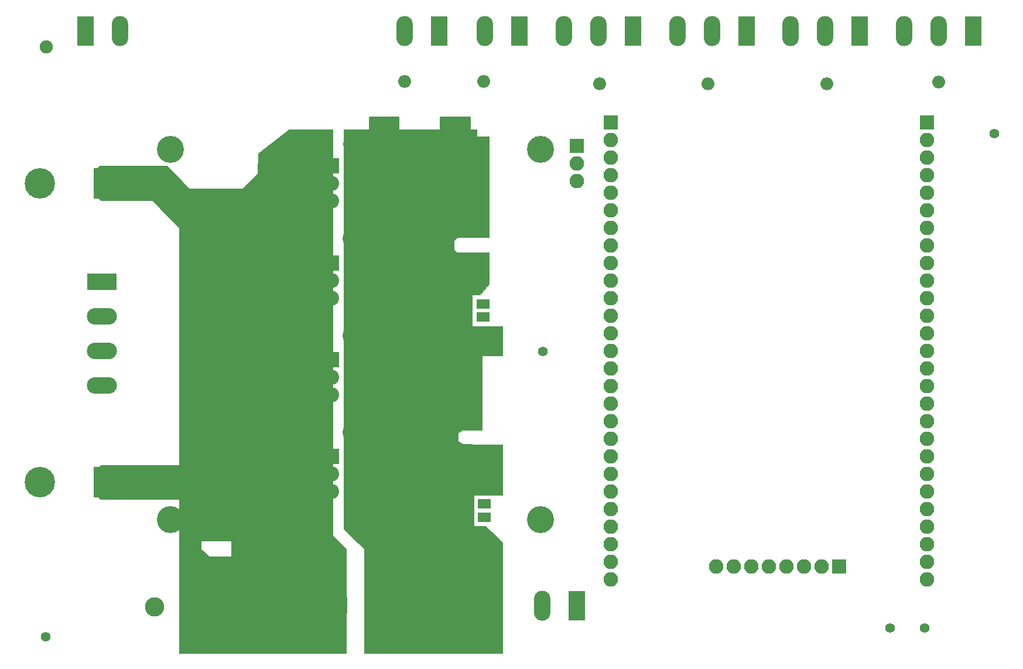
<source format=gbr>
G04 #@! TF.FileFunction,Soldermask,Top*
%FSLAX45Y45*%
G04 Gerber Fmt 4.5, Leading zero omitted, Abs format (unit mm)*
G04 Created by KiCad (PCBNEW 4.0.7-e2-6376~58~ubuntu16.04.1) date Tue Mar 13 13:53:09 2018*
%MOMM*%
%LPD*%
G01*
G04 APERTURE LIST*
%ADD10C,0.100000*%
%ADD11R,2.400000X2.400000*%
%ADD12C,2.400000*%
%ADD13C,1.400000*%
%ADD14R,2.100000X2.100000*%
%ADD15O,2.100000X2.100000*%
%ADD16R,4.360000X2.380000*%
%ADD17O,4.360000X2.380000*%
%ADD18R,2.800000X2.800000*%
%ADD19C,2.800000*%
%ADD20R,2.380000X4.360000*%
%ADD21O,2.380000X4.360000*%
%ADD22R,2.200000X2.200000*%
%ADD23O,2.200000X2.200000*%
%ADD24R,1.900000X1.370000*%
%ADD25C,3.900000*%
%ADD26R,4.400000X4.400000*%
%ADD27C,4.400000*%
%ADD28O,1.860000X1.860000*%
%ADD29C,1.900000*%
%ADD30C,0.025400*%
%ADD31C,0.400000*%
G04 APERTURE END LIST*
D10*
D11*
X11745000Y-8790000D03*
D12*
X12245000Y-8790000D03*
D13*
X21540000Y-8640000D03*
D14*
X19300000Y-14900000D03*
D15*
X19046000Y-14900000D03*
X18792000Y-14900000D03*
X18538000Y-14900000D03*
X18284000Y-14900000D03*
X18030000Y-14900000D03*
X17776000Y-14900000D03*
X17522000Y-14900000D03*
D16*
X8640000Y-10780000D03*
D17*
X8640000Y-11280000D03*
X8640000Y-12280000D03*
X8640000Y-11780000D03*
D18*
X9900000Y-15480000D03*
D19*
X9400000Y-15480000D03*
D14*
X16000000Y-8480000D03*
D15*
X16000000Y-8734000D03*
X16000000Y-8988000D03*
X16000000Y-9242000D03*
X16000000Y-9496000D03*
X16000000Y-9750000D03*
X16000000Y-10004000D03*
X16000000Y-10258000D03*
X16000000Y-10512000D03*
X16000000Y-10766000D03*
X16000000Y-11020000D03*
X16000000Y-11274000D03*
X16000000Y-11528000D03*
X16000000Y-11782000D03*
X16000000Y-12036000D03*
X16000000Y-12290000D03*
X16000000Y-12544000D03*
X16000000Y-12798000D03*
X16000000Y-13052000D03*
X16000000Y-13306000D03*
X16000000Y-13560000D03*
X16000000Y-13814000D03*
X16000000Y-14068000D03*
X16000000Y-14322000D03*
X16000000Y-14576000D03*
X16000000Y-14830000D03*
X16000000Y-15084000D03*
D20*
X8400000Y-7160000D03*
D21*
X8900000Y-7160000D03*
D22*
X12670000Y-12670000D03*
D23*
X12670000Y-12416000D03*
X12670000Y-12162000D03*
D22*
X11960000Y-10510000D03*
D23*
X11960000Y-10764000D03*
X11960000Y-11018000D03*
D22*
X11960000Y-11910000D03*
D23*
X11960000Y-12164000D03*
X11960000Y-12418000D03*
D22*
X11960000Y-9110000D03*
D23*
X11960000Y-9364000D03*
X11960000Y-9618000D03*
D22*
X12670000Y-9870000D03*
D23*
X12670000Y-9616000D03*
X12670000Y-9362000D03*
D13*
X7830000Y-15917500D03*
X20540000Y-15790000D03*
X20040000Y-15790000D03*
X15015000Y-11795000D03*
D24*
X14150000Y-11104500D03*
X14150000Y-11295500D03*
X14170000Y-14185500D03*
X14170000Y-13994500D03*
D22*
X12670000Y-11270000D03*
D23*
X12670000Y-11016000D03*
X12670000Y-10762000D03*
D22*
X11960000Y-13310000D03*
D23*
X11960000Y-13564000D03*
X11960000Y-13818000D03*
D22*
X12670000Y-14070000D03*
D23*
X12670000Y-13816000D03*
X12670000Y-13562000D03*
D25*
X9630000Y-14220000D03*
X9630000Y-8870000D03*
X14980000Y-14220000D03*
X14980000Y-8870000D03*
D20*
X12570000Y-15460000D03*
D21*
X12070000Y-15460000D03*
D20*
X15510000Y-15470000D03*
D21*
X15010000Y-15470000D03*
D14*
X20572000Y-8480000D03*
D15*
X20572000Y-8734000D03*
X20572000Y-8988000D03*
X20572000Y-9242000D03*
X20572000Y-9496000D03*
X20572000Y-9750000D03*
X20572000Y-10004000D03*
X20572000Y-10258000D03*
X20572000Y-10512000D03*
X20572000Y-10766000D03*
X20572000Y-11020000D03*
X20572000Y-11274000D03*
X20572000Y-11528000D03*
X20572000Y-11782000D03*
X20572000Y-12036000D03*
X20572000Y-12290000D03*
X20572000Y-12544000D03*
X20572000Y-12798000D03*
X20572000Y-13052000D03*
X20572000Y-13306000D03*
X20572000Y-13560000D03*
X20572000Y-13814000D03*
X20572000Y-14068000D03*
X20572000Y-14322000D03*
X20572000Y-14576000D03*
X20572000Y-14830000D03*
X20572000Y-15084000D03*
D26*
X8740000Y-9360000D03*
D27*
X7740000Y-9360000D03*
D26*
X8740000Y-13680000D03*
D27*
X7740000Y-13680000D03*
D18*
X10950000Y-15260000D03*
D19*
X10950000Y-15760000D03*
D20*
X16320000Y-7160000D03*
D21*
X15820000Y-7160000D03*
X15320000Y-7160000D03*
D20*
X17960000Y-7160000D03*
D21*
X17460000Y-7160000D03*
X16960000Y-7160000D03*
D20*
X19600000Y-7160000D03*
D21*
X19100000Y-7160000D03*
X18600000Y-7160000D03*
D20*
X21240000Y-7160000D03*
D21*
X20740000Y-7160000D03*
X20240000Y-7160000D03*
D20*
X13520000Y-7160000D03*
D21*
X13020000Y-7160000D03*
D20*
X14680000Y-7160000D03*
D21*
X14180000Y-7160000D03*
D14*
X15510000Y-8820000D03*
D15*
X15510000Y-9074000D03*
X15510000Y-9328000D03*
D28*
X15840000Y-7920000D03*
X17400000Y-7920000D03*
X20740000Y-7900000D03*
D29*
X7840000Y-7390000D03*
D28*
X19120000Y-7920000D03*
X13020000Y-7890000D03*
X14160000Y-7890000D03*
D11*
X11740000Y-12960000D03*
D12*
X12240000Y-12960000D03*
D11*
X11740000Y-11560000D03*
D12*
X12240000Y-11560000D03*
D11*
X11740000Y-10160000D03*
D12*
X12240000Y-10160000D03*
D30*
G36*
X11978730Y-14450000D02*
X11978830Y-14450494D01*
X11979102Y-14450898D01*
X12168730Y-14640526D01*
X12168730Y-16148730D01*
X9756270Y-16148730D01*
X9756270Y-14530000D01*
X10068730Y-14530000D01*
X10068730Y-14640000D01*
X10068830Y-14640494D01*
X10069142Y-14640936D01*
X10189142Y-14750936D01*
X10189574Y-14751196D01*
X10190000Y-14751270D01*
X10510000Y-14751270D01*
X10510494Y-14751170D01*
X10510910Y-14750885D01*
X10511183Y-14750462D01*
X10511270Y-14750000D01*
X10511270Y-14530000D01*
X10511170Y-14529506D01*
X10510886Y-14529090D01*
X10510462Y-14528817D01*
X10510000Y-14528730D01*
X10070000Y-14528730D01*
X10069506Y-14528830D01*
X10069090Y-14529114D01*
X10068817Y-14529538D01*
X10068730Y-14530000D01*
X9756270Y-14530000D01*
X9756270Y-13930000D01*
X9756170Y-13929506D01*
X9755886Y-13929090D01*
X9755462Y-13928817D01*
X9755000Y-13928730D01*
X8618026Y-13928730D01*
X8528770Y-13839474D01*
X8528770Y-13523026D01*
X8620526Y-13431270D01*
X9760000Y-13431270D01*
X9760494Y-13431170D01*
X9760910Y-13430885D01*
X9761183Y-13430462D01*
X9761270Y-13430000D01*
X9761270Y-10002500D01*
X9761170Y-10002006D01*
X9760898Y-10001602D01*
X9368398Y-9609102D01*
X9367978Y-9608823D01*
X9367500Y-9608730D01*
X8623026Y-9608730D01*
X8533770Y-9519474D01*
X8533770Y-9180526D01*
X8603026Y-9111270D01*
X9576971Y-9111270D01*
X9904099Y-9440895D01*
X9904518Y-9441175D01*
X9905000Y-9441270D01*
X10670000Y-9441270D01*
X10670494Y-9441170D01*
X10670898Y-9440898D01*
X10890898Y-9220898D01*
X10891177Y-9220478D01*
X10891269Y-9220044D01*
X10901249Y-8930638D01*
X11350436Y-8581270D01*
X11978730Y-8581270D01*
X11978730Y-14450000D01*
X11978730Y-14450000D01*
G37*
X11978730Y-14450000D02*
X11978830Y-14450494D01*
X11979102Y-14450898D01*
X12168730Y-14640526D01*
X12168730Y-16148730D01*
X9756270Y-16148730D01*
X9756270Y-14530000D01*
X10068730Y-14530000D01*
X10068730Y-14640000D01*
X10068830Y-14640494D01*
X10069142Y-14640936D01*
X10189142Y-14750936D01*
X10189574Y-14751196D01*
X10190000Y-14751270D01*
X10510000Y-14751270D01*
X10510494Y-14751170D01*
X10510910Y-14750885D01*
X10511183Y-14750462D01*
X10511270Y-14750000D01*
X10511270Y-14530000D01*
X10511170Y-14529506D01*
X10510886Y-14529090D01*
X10510462Y-14528817D01*
X10510000Y-14528730D01*
X10070000Y-14528730D01*
X10069506Y-14528830D01*
X10069090Y-14529114D01*
X10068817Y-14529538D01*
X10068730Y-14530000D01*
X9756270Y-14530000D01*
X9756270Y-13930000D01*
X9756170Y-13929506D01*
X9755886Y-13929090D01*
X9755462Y-13928817D01*
X9755000Y-13928730D01*
X8618026Y-13928730D01*
X8528770Y-13839474D01*
X8528770Y-13523026D01*
X8620526Y-13431270D01*
X9760000Y-13431270D01*
X9760494Y-13431170D01*
X9760910Y-13430885D01*
X9761183Y-13430462D01*
X9761270Y-13430000D01*
X9761270Y-10002500D01*
X9761170Y-10002006D01*
X9760898Y-10001602D01*
X9368398Y-9609102D01*
X9367978Y-9608823D01*
X9367500Y-9608730D01*
X8623026Y-9608730D01*
X8533770Y-9519474D01*
X8533770Y-9180526D01*
X8603026Y-9111270D01*
X9576971Y-9111270D01*
X9904099Y-9440895D01*
X9904518Y-9441175D01*
X9905000Y-9441270D01*
X10670000Y-9441270D01*
X10670494Y-9441170D01*
X10670898Y-9440898D01*
X10890898Y-9220898D01*
X10891177Y-9220478D01*
X10891269Y-9220044D01*
X10901249Y-8930638D01*
X11350436Y-8581270D01*
X11978730Y-8581270D01*
X11978730Y-14450000D01*
G36*
X14061230Y-8680000D02*
X14061330Y-8680494D01*
X14061614Y-8680910D01*
X14062038Y-8681183D01*
X14062500Y-8681270D01*
X14233730Y-8681270D01*
X14233730Y-10138730D01*
X13782500Y-10138730D01*
X13782006Y-10138830D01*
X13781602Y-10139102D01*
X13731602Y-10189102D01*
X13731323Y-10189522D01*
X13731230Y-10190000D01*
X13731230Y-10317500D01*
X13731330Y-10317994D01*
X13731602Y-10318398D01*
X13774102Y-10360898D01*
X13774522Y-10361177D01*
X13775000Y-10361270D01*
X14233730Y-10361270D01*
X14233730Y-10814552D01*
X14109393Y-10968730D01*
X13990000Y-10968730D01*
X13989506Y-10968830D01*
X13989090Y-10969115D01*
X13988817Y-10969538D01*
X13988730Y-10970000D01*
X13988730Y-11430000D01*
X13988830Y-11430494D01*
X13989114Y-11430910D01*
X13989538Y-11431183D01*
X13990000Y-11431270D01*
X14428730Y-11431270D01*
X14428730Y-11848730D01*
X14140000Y-11848730D01*
X14139506Y-11848830D01*
X14139090Y-11849114D01*
X14138817Y-11849538D01*
X14138730Y-11850000D01*
X14138730Y-12928730D01*
X13857500Y-12928730D01*
X13856805Y-12928937D01*
X13791805Y-12971437D01*
X13791446Y-12971791D01*
X13791230Y-12972500D01*
X13791230Y-13085000D01*
X13791330Y-13085494D01*
X13791758Y-13086031D01*
X13854258Y-13131031D01*
X13854717Y-13131238D01*
X13854989Y-13131270D01*
X14139989Y-13133770D01*
X14428730Y-13133770D01*
X14428730Y-13868730D01*
X14020000Y-13868730D01*
X14019506Y-13868830D01*
X14019090Y-13869114D01*
X14018817Y-13869538D01*
X14018730Y-13870000D01*
X14018730Y-14310000D01*
X14018830Y-14310494D01*
X14019114Y-14310910D01*
X14019538Y-14311183D01*
X14020000Y-14311270D01*
X14189474Y-14311270D01*
X14428730Y-14550526D01*
X14428730Y-16148730D01*
X12431270Y-16148730D01*
X12431270Y-14645000D01*
X12431170Y-14644506D01*
X12430898Y-14644102D01*
X12141270Y-14354474D01*
X12141270Y-8581270D01*
X14061230Y-8581270D01*
X14061230Y-8680000D01*
X14061230Y-8680000D01*
G37*
X14061230Y-8680000D02*
X14061330Y-8680494D01*
X14061614Y-8680910D01*
X14062038Y-8681183D01*
X14062500Y-8681270D01*
X14233730Y-8681270D01*
X14233730Y-10138730D01*
X13782500Y-10138730D01*
X13782006Y-10138830D01*
X13781602Y-10139102D01*
X13731602Y-10189102D01*
X13731323Y-10189522D01*
X13731230Y-10190000D01*
X13731230Y-10317500D01*
X13731330Y-10317994D01*
X13731602Y-10318398D01*
X13774102Y-10360898D01*
X13774522Y-10361177D01*
X13775000Y-10361270D01*
X14233730Y-10361270D01*
X14233730Y-10814552D01*
X14109393Y-10968730D01*
X13990000Y-10968730D01*
X13989506Y-10968830D01*
X13989090Y-10969115D01*
X13988817Y-10969538D01*
X13988730Y-10970000D01*
X13988730Y-11430000D01*
X13988830Y-11430494D01*
X13989114Y-11430910D01*
X13989538Y-11431183D01*
X13990000Y-11431270D01*
X14428730Y-11431270D01*
X14428730Y-11848730D01*
X14140000Y-11848730D01*
X14139506Y-11848830D01*
X14139090Y-11849114D01*
X14138817Y-11849538D01*
X14138730Y-11850000D01*
X14138730Y-12928730D01*
X13857500Y-12928730D01*
X13856805Y-12928937D01*
X13791805Y-12971437D01*
X13791446Y-12971791D01*
X13791230Y-12972500D01*
X13791230Y-13085000D01*
X13791330Y-13085494D01*
X13791758Y-13086031D01*
X13854258Y-13131031D01*
X13854717Y-13131238D01*
X13854989Y-13131270D01*
X14139989Y-13133770D01*
X14428730Y-13133770D01*
X14428730Y-13868730D01*
X14020000Y-13868730D01*
X14019506Y-13868830D01*
X14019090Y-13869114D01*
X14018817Y-13869538D01*
X14018730Y-13870000D01*
X14018730Y-14310000D01*
X14018830Y-14310494D01*
X14019114Y-14310910D01*
X14019538Y-14311183D01*
X14020000Y-14311270D01*
X14189474Y-14311270D01*
X14428730Y-14550526D01*
X14428730Y-16148730D01*
X12431270Y-16148730D01*
X12431270Y-14645000D01*
X12431170Y-14644506D01*
X12430898Y-14644102D01*
X12141270Y-14354474D01*
X12141270Y-8581270D01*
X14061230Y-8581270D01*
X14061230Y-8680000D01*
D31*
G36*
X13950000Y-8590000D02*
X13545000Y-8590000D01*
X13545000Y-8410000D01*
X13950000Y-8410000D01*
X13950000Y-8590000D01*
X13950000Y-8590000D01*
G37*
X13950000Y-8590000D02*
X13545000Y-8590000D01*
X13545000Y-8410000D01*
X13950000Y-8410000D01*
X13950000Y-8590000D01*
G36*
X12915000Y-8590000D02*
X12515000Y-8590000D01*
X12515000Y-8410000D01*
X12915000Y-8410000D01*
X12915000Y-8590000D01*
X12915000Y-8590000D01*
G37*
X12915000Y-8590000D02*
X12515000Y-8590000D01*
X12515000Y-8410000D01*
X12915000Y-8410000D01*
X12915000Y-8590000D01*
M02*

</source>
